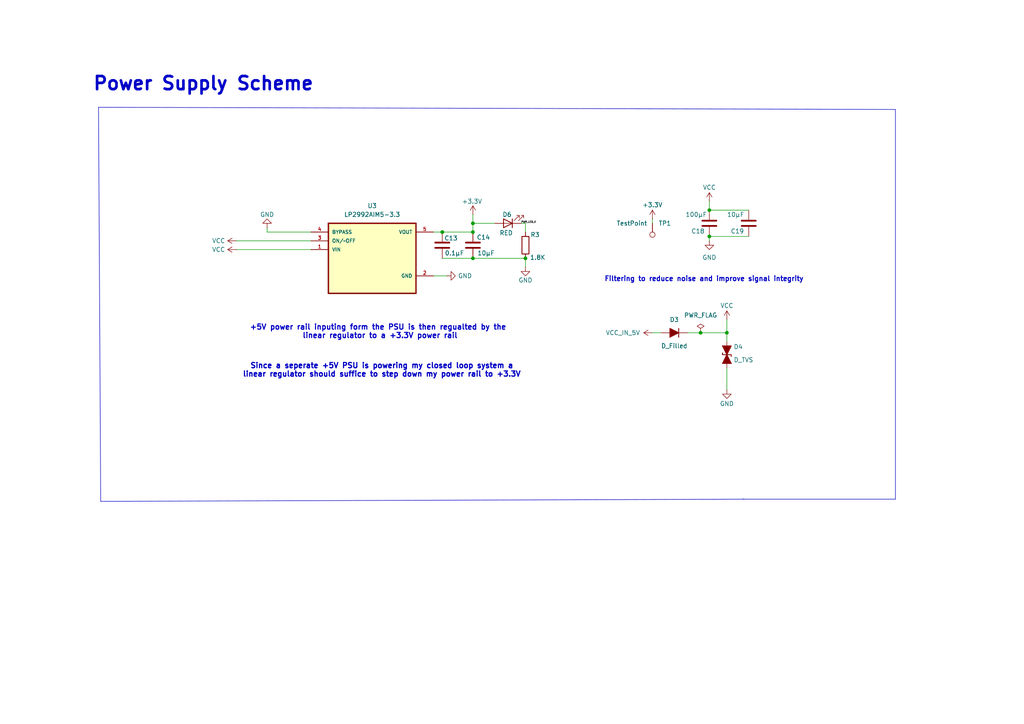
<source format=kicad_sch>
(kicad_sch (version 20231120) (generator "eeschema") (generator_version "8.0")
  (paper "A4")
  (title_block (title "Power Supply Scheme") (date "2024-12-31") (rev "0.1") (comment 1 "From Ali M"))
  (lib_symbols
    (symbol "Connector:TestPoint" (pin_numbers hide) (pin_names (offset 0.762) hide)
      (property "Reference" "TP" (at 0 6.858 0))
      (property "Value" "TestPoint" (at 0 5.08 0))
      (symbol "TestPoint_0_1"
        (circle (center 0 3.302) (radius 0.762))
      )
      (symbol "TestPoint_1_1"
        (pin passive line (at 0 0 90) (length 2.54) (name "1") (number "1"))
      )
    )
    (symbol "Device:C" (pin_numbers hide) (pin_names (offset 0.254))
      (property "Reference" "C" (at 0.635 2.54 0))
      (property "Value" "C" (at 0.635 -2.54 0))
      (symbol "C_0_1"
        (polyline (pts (xy -2.032 -0.762) (xy 2.032 -0.762)) (stroke (width 0.508)))
        (polyline (pts (xy -2.032 0.762) (xy 2.032 0.762)) (stroke (width 0.508)))
      )
      (symbol "C_1_1"
        (pin passive line (at 0 3.81 270) (length 2.794) (name "~") (number "1"))
        (pin passive line (at 0 -3.81 90) (length 2.794) (name "~") (number "2"))
      )
    )
    (symbol "Device:D_Filled" (pin_numbers hide) (pin_names (offset 1.016) hide)
      (property "Reference" "D" (at 0 2.54 0))
      (property "Value" "D_Filled" (at 0 -2.54 0))
      (symbol "D_Filled_0_1"
        (polyline (pts (xy -1.27 1.27) (xy -1.27 -1.27)) (stroke (width 0.254)))
        (polyline (pts (xy 1.27 0) (xy -1.27 0)))
        (polyline (pts (xy 1.27 1.27) (xy 1.27 -1.27) (xy -1.27 0) (xy 1.27 1.27)) (stroke (width 0.254)) (fill (type outline)))
      )
      (symbol "D_Filled_1_1"
        (pin passive line (at -3.81 0 0) (length 2.54) (name "K") (number "1"))
        (pin passive line (at 3.81 0 180) (length 2.54) (name "A") (number "2"))
      )
    )
    (symbol "Device:D_TVS_Filled" (pin_numbers hide) (pin_names (offset 1.016) hide)
      (property "Reference" "D" (at 0 2.54 0))
      (property "Value" "D_TVS_Filled" (at 0 -2.54 0))
      (symbol "D_TVS_Filled_0_1"
        (polyline (pts (xy 1.27 0) (xy -1.27 0)))
        (polyline (pts (xy -2.54 -1.27) (xy 0 0) (xy -2.54 1.27) (xy -2.54 -1.27)) (stroke (width 0.254)) (fill (type outline)))
        (polyline (pts (xy 0.508 1.27) (xy 0 1.27) (xy 0 -1.27) (xy -0.508 -1.27)) (stroke (width 0.254)))
        (polyline (pts (xy 2.54 1.27) (xy 2.54 -1.27) (xy 0 0) (xy 2.54 1.27)) (stroke (width 0.254)) (fill (type outline)))
      )
      (symbol "D_TVS_Filled_1_1"
        (pin passive line (at -3.81 0 0) (length 2.54) (name "A1") (number "1"))
        (pin passive line (at 3.81 0 180) (length 2.54) (name "A2") (number "2"))
      )
    )
    (symbol "Device:LED" (pin_numbers hide) (pin_names (offset 1.016) hide)
      (property "Reference" "D" (at 0 2.54 0))
      (property "Value" "LED" (at 0 -2.54 0))
      (symbol "LED_0_1"
        (polyline (pts (xy -1.27 -1.27) (xy -1.27 1.27)) (stroke (width 0.254)))
        (polyline (pts (xy -1.27 0) (xy 1.27 0)))
        (polyline (pts (xy 1.27 -1.27) (xy 1.27 1.27) (xy -1.27 0) (xy 1.27 -1.27)) (stroke (width 0.254)))
        (polyline (pts (xy -3.048 -0.762) (xy -4.572 -2.286) (xy -3.81 -2.286) (xy -4.572 -2.286) (xy -4.572 -1.524)))
        (polyline (pts (xy -1.778 -0.762) (xy -3.302 -2.286) (xy -2.54 -2.286) (xy -3.302 -2.286) (xy -3.302 -1.524)))
      )
      (symbol "LED_1_1"
        (pin passive line (at -3.81 0 0) (length 2.54) (name "K") (number "1"))
        (pin passive line (at 3.81 0 180) (length 2.54) (name "A") (number "2"))
      )
    )
    (symbol "Device:R" (pin_numbers hide) (pin_names (offset 0))
      (property "Reference" "R" (at 2.032 0 90))
      (property "Value" "R" (at 0 0 90))
      (symbol "R_0_1"
        (rectangle (start -1.016 -2.54) (end 1.016 2.54) (stroke (width 0.254)))
      )
      (symbol "R_1_1"
        (pin passive line (at 0 3.81 270) (length 1.27) (name "~") (number "1"))
        (pin passive line (at 0 -3.81 90) (length 1.27) (name "~") (number "2"))
      )
    )
    (symbol "LP2992AIM5-3.3_1" (pin_names (offset 1.016))
      (property "Reference" "U2" (at 0 15.24 0))
      (property "Value" "LP2992AIM5-3.3" (at 0 12.7 0))
      (symbol "LP2992AIM5-3.3_1_0_0"
        (rectangle (start -12.7 -10.16) (end 12.7 10.16) (stroke (width 0.41)) (fill (type background)))
        (pin input line (at -17.78 2.54 0) (length 5.08) (name "VIN") (number "1"))
        (pin power_in line (at 17.78 -5.08 180) (length 5.08) (name "GND") (number "2"))
        (pin input line (at -17.78 5.08 0) (length 5.08) (name "ON/~OFF") (number "3"))
        (pin input line (at -17.78 7.62 0) (length 5.08) (name "BYPASS") (number "4"))
      )
      (symbol "LP2992AIM5-3.3_1_1_0"
        (pin power_out line (at 17.78 7.62 180) (length 5.08) (name "VOUT") (number "5"))
      )
    )
    (symbol "power:+3.3V" (power) (pin_numbers hide) (pin_names (offset 0) hide)
      (property "Value" "+3.3V" (at 0 3.556 0))
      (symbol "+3.3V_0_1"
        (polyline (pts (xy -0.762 1.27) (xy 0 2.54)))
        (polyline (pts (xy 0 0) (xy 0 2.54)))
        (polyline (pts (xy 0 2.54) (xy 0.762 1.27)))
      )
      (symbol "+3.3V_1_1"
        (pin power_in line (at 0 0 90) (length 0) (name "~") (number "1"))
      )
    )
    (symbol "power:+5V" (power) (pin_numbers hide) (pin_names (offset 0) hide)
      (property "Value" "+5V" (at 0 3.556 0))
      (symbol "+5V_0_1"
        (polyline (pts (xy -0.762 1.27) (xy 0 2.54)))
        (polyline (pts (xy 0 0) (xy 0 2.54)))
        (polyline (pts (xy 0 2.54) (xy 0.762 1.27)))
      )
      (symbol "+5V_1_1"
        (pin power_in line (at 0 0 90) (length 0) (name "~") (number "1"))
      )
    )
    (symbol "power:GND" (power) (pin_numbers hide) (pin_names (offset 0) hide)
      (property "Value" "GND" (at 0 -3.81 0))
      (symbol "GND_0_1"
        (polyline (pts (xy 0 0) (xy 0 -1.27) (xy 1.27 -1.27) (xy 0 -2.54) (xy -1.27 -1.27) (xy 0 -1.27)))
      )
      (symbol "GND_1_1"
        (pin power_in line (at 0 0 270) (length 0) (name "~") (number "1"))
      )
    )
    (symbol "power:PWR_FLAG" (power) (pin_numbers hide) (pin_names (offset 0) hide)
      (property "Value" "PWR_FLAG" (at 0 3.81 0))
      (symbol "PWR_FLAG_0_0"
        (pin power_out line (at 0 0 90) (length 0) (name "~") (number "1"))
      )
      (symbol "PWR_FLAG_0_1"
        (polyline (pts (xy 0 0) (xy 0 1.27) (xy -1.016 1.905) (xy 0 2.54) (xy 1.016 1.905) (xy 0 1.27)))
      )
    )
    (symbol "power:VCC" (power) (pin_numbers hide) (pin_names (offset 0) hide)
      (property "Value" "VCC" (at 0 3.556 0))
      (symbol "VCC_0_1"
        (polyline (pts (xy -0.762 1.27) (xy 0 2.54)))
        (polyline (pts (xy 0 0) (xy 0 2.54)))
        (polyline (pts (xy 0 2.54) (xy 0.762 1.27)))
      )
      (symbol "VCC_1_1"
        (pin power_in line (at 0 0 90) (length 0) (name "~") (number "1"))
      )
    )
  )
  (junction (at 205.74 68.58))
  (junction (at 137.16 74.93))
  (junction (at 210.82 96.52))
  (junction (at 205.74 60.96))
  (junction (at 137.16 67.31))
  (junction (at 137.16 64.77))
  (junction (at 128.27 67.31))
  (junction (at 152.4 74.93))
  (junction (at 203.2 96.52))
  (wire (pts (xy 151.13 64.77) (xy 152.4 64.77)))
  (wire (pts (xy 210.82 92.71) (xy 210.82 96.52)))
  (wire (pts (xy 128.27 74.93) (xy 137.16 74.93)))
  (wire (pts (xy 68.58 69.85) (xy 90.17 69.85)))
  (wire (pts (xy 125.73 67.31) (xy 128.27 67.31)))
  (wire (pts (xy 137.16 64.77) (xy 137.16 67.31)))
  (wire (pts (xy 189.23 96.52) (xy 191.77 96.52)))
  (wire (pts (xy 137.16 62.23) (xy 137.16 64.77)))
  (wire (pts (xy 210.82 96.52) (xy 210.82 99.06)))
  (wire (pts (xy 152.4 64.77) (xy 152.4 67.31)))
  (wire (pts (xy 137.16 74.93) (xy 152.4 74.93)))
  (wire (pts (xy 68.58 72.39) (xy 90.17 72.39)))
  (wire (pts (xy 77.47 67.31) (xy 90.17 67.31)))
  (wire (pts (xy 137.16 64.77) (xy 143.51 64.77)))
  (wire (pts (xy 205.74 68.58) (xy 205.74 69.85)))
  (wire (pts (xy 77.47 67.31) (xy 77.47 66.04)))
  (polyline (pts (xy 259.715 31.75) (xy 259.715 144.78)))
  (polyline (pts (xy 29.21 145.415) (xy 215.9 144.78)))
  (wire (pts (xy 199.39 96.52) (xy 203.2 96.52)))
  (wire (pts (xy 189.23 64.77) (xy 189.23 63.5)))
  (wire (pts (xy 128.27 67.31) (xy 137.16 67.31)))
  (wire (pts (xy 205.74 68.58) (xy 217.17 68.58)))
  (polyline (pts (xy 28.575 31.115) (xy 259.715 31.75)))
  (polyline (pts (xy 29.21 145.415) (xy 28.575 31.115)))
  (wire (pts (xy 125.73 80.01) (xy 129.54 80.01)))
  (wire (pts (xy 203.2 96.52) (xy 210.82 96.52)))
  (wire (pts (xy 205.74 60.96) (xy 217.17 60.96)))
  (wire (pts (xy 210.82 106.68) (xy 210.82 113.03)))
  (wire (pts (xy 152.4 77.47) (xy 152.4 74.93)))
  (polyline (pts (xy 215.265 144.78) (xy 259.715 144.78)))
  (wire (pts (xy 205.74 60.96) (xy 205.74 58.42)))
  (text "+5V power rail inputing form the PSU is then regualted by the \nlinear regulator to a +3.3V power rail" (at 110.236 96.266 0) (effects (font (size 1.524 1.524) (thickness 0.3048) (bold yes))))
  (text "Power Supply Scheme " (at 60.452 24.384 0) (effects (font (size 3.81 3.81) (thickness 0.762) (bold yes))))
  (text "Since a seperate +5V PSU is powering my closed loop system a\nlinear regulator should suffice to step down my power rail to +3.3V" (at 110.744 107.442 0) (effects (font (size 1.524 1.524) (thickness 0.3302) (bold yes))))
  (text "Filtering to reduce noise and improve signal integrity\n" (at 204.216 81.026 0) (effects (font (size 1.397 1.397) (thickness 0.2794) (bold yes))))
  (label "PWR_LED_K" (at 151.13 64.77 0) (effects (font (size 0.508 0.508))))
  (symbol (lib_id "Device:C") (at 205.74 64.77 0) (unit 1)
    (property "Reference" "C18" (at 202.438 67.056 0))
    (property "Value" "100µF" (at 201.93 62.23 0))
    (property "Footprint" "Capacitor_SMD:C_1210_3225Metric" (effects (hide yes)))
    (property "Description" "Unpolarized capacitor" (effects (hide yes)))
  )
  (symbol (lib_id "Connector:TestPoint") (at 189.23 64.77 180) (unit 1)
    (property "Reference" "TP1" (at 191.008 64.77 0) (effects (justify right)))
    (property "Value" "TestPoint" (at 178.816 64.77 0) (effects (justify right)))
    (property "Footprint" "Connector_Wire:SolderWirePad_1x01_SMD_1x2mm" (effects (hide yes)))
    (property "Description" "test point" (effects (hide yes)))
  )
  (symbol (lib_id "Device:C") (at 128.27 71.12 0) (unit 1)
    (property "Reference" "C13" (at 130.81 69.088 0))
    (property "Value" "0.1µF" (at 131.826 73.406 0))
    (property "Footprint" "Capacitor_SMD:C_0402_1005Metric" (effects (hide yes)))
    (property "Description" "Unpolarized capacitor" (effects (hide yes)))
  )
  (symbol (lib_id "Device:R") (at 152.4 71.12 180) (unit 1)
    (property "Reference" "R3" (at 155.194 68.072 0))
    (property "Value" "1.8K" (at 155.956 74.676 0))
    (property "Footprint" "Resistor_SMD:R_0603_1608Metric" (effects (hide yes)))
    (property "Description" "Resistor" (effects (hide yes)))
  )
  (symbol (lib_id "Device:C") (at 217.17 64.77 0) (unit 1)
    (property "Reference" "C19" (at 213.868 67.056 0))
    (property "Value" "10µF" (at 213.36 62.23 0))
    (property "Footprint" "Capacitor_SMD:C_0603_1608Metric" (effects (hide yes)))
    (property "Description" "Unpolarized capacitor" (effects (hide yes)))
  )
  (symbol (lib_id "power:PWR_FLAG") (at 203.2 96.52 0) (unit 1)
    (property "Reference" "#FLG01" (effects (hide yes)))
    (property "Value" "PWR_FLAG" (at 203.2 91.44 0))
    (property "Description" "Special symbol for telling ERC where power comes from" (effects (hide yes)))
  )
  (symbol (lib_id "power:GND") (at 152.4 77.47 0) (mirror y) (unit 1)
    (property "Reference" "#PWR010" (effects (hide yes)))
    (property "Value" "GND" (at 152.4 81.28 0))
    (property "Description" "Power symbol creates a global label with name \"GND\" , ground" (effects (hide yes)))
  )
  (symbol (lib_id "power:GND") (at 210.82 113.03 0) (unit 1)
    (property "Reference" "#PWR024" (effects (hide yes)))
    (property "Value" "GND" (at 210.82 117.094 0))
    (property "Description" "Power symbol creates a global label with name \"GND\" , ground" (effects (hide yes)))
  )
  (symbol (lib_id "power:GND") (at 77.47 66.04 0) (mirror x) (unit 1)
    (property "Reference" "#PWR08" (effects (hide yes)))
    (property "Value" "GND" (at 77.47 62.23 0))
    (property "Description" "Power symbol creates a global label with name \"GND\" , ground" (effects (hide yes)))
  )
  (symbol (lib_id "power:VCC") (at 210.82 92.71 0) (unit 1)
    (property "Reference" "#PWR023" (effects (hide yes)))
    (property "Value" "VCC" (at 210.82 88.646 0))
    (property "Description" "Power symbol creates a global label with name \"VCC\"" (effects (hide yes)))
  )
  (symbol (lib_name "LP2992AIM5-3.3_1") (lib_id "LP2992_3_3:LP2992AIM5-3.3") (at 107.95 74.93 0) (unit 1)
    (property "Reference" "U3" (at 107.95 59.69 0))
    (property "Value" "LP2992AIM5-3.3" (at 107.95 62.23 0))
    (property "Footprint" "LP2992_3_3:SOT95P280X145-5N" (effects (hide yes)))
  )
  (symbol (lib_id "Device:D_TVS_Filled") (at 210.82 102.87 90) (unit 1)
    (property "Reference" "D4" (at 214.122 100.584 90))
    (property "Value" "D_TVS" (at 215.646 104.394 90))
    (property "Footprint" "Diode_SMD:D_SMP_DO-220AA" (effects (hide yes)))
    (property "Description" "Bidirectional transient-voltage-suppression diode, filled shape" (effects (hide yes)))
  )
  (symbol (lib_id "power:+5V") (at 68.58 72.39 90) (unit 1)
    (property "Reference" "#PWR03" (effects (hide yes)))
    (property "Value" "VCC" (at 61.468 72.39 90) (effects (justify right)))
    (property "Description" "Power symbol creates a global label with name \"+5V\"" (effects (hide yes)))
  )
  (symbol (lib_id "power:VCC") (at 189.23 96.52 90) (unit 1)
    (property "Reference" "#PWR022" (effects (hide yes)))
    (property "Value" "VCC_IN_5V" (at 185.674 96.52 90) (effects (justify left)))
    (property "Description" "Power symbol creates a global label with name \"VCC\"" (effects (hide yes)))
  )
  (symbol (lib_id "Device:D_Filled") (at 195.58 96.52 180) (unit 1)
    (property "Reference" "D3" (at 195.58 92.71 0))
    (property "Value" "D_Filled" (at 195.58 100.33 0))
    (property "Footprint" "Diode_SMD:D_SOD-123" (effects (hide yes)))
    (property "Description" "Diode, filled shape" (effects (hide yes)))
    (property "Sim.Device" "D" (effects (hide yes)))
    (property "Sim.Pins" "1=K 2=A" (effects (hide yes)))
  )
  (symbol (lib_id "power:VCC") (at 205.74 58.42 0) (unit 1)
    (property "Reference" "#PWR020" (effects (hide yes)))
    (property "Value" "VCC" (at 205.74 54.356 0))
    (property "Description" "Power symbol creates a global label with name \"VCC\"" (effects (hide yes)))
  )
  (symbol (lib_id "power:+5V") (at 68.58 69.85 90) (unit 1)
    (property "Reference" "#PWR09" (effects (hide yes)))
    (property "Value" "VCC" (at 61.468 69.85 90) (effects (justify right)))
    (property "Description" "Power symbol creates a global label with name \"+5V\"" (effects (hide yes)))
  )
  (symbol (lib_id "power:+3.3V") (at 137.16 62.23 0) (unit 1)
    (property "Reference" "#PWR013" (effects (hide yes)))
    (property "Value" "+3.3V" (at 136.906 58.42 0))
    (property "Description" "Power symbol creates a global label with name \"+3.3V\"" (effects (hide yes)))
  )
  (symbol (lib_id "power:GND") (at 129.54 80.01 90) (mirror x) (unit 1)
    (property "Reference" "#PWR012" (effects (hide yes)))
    (property "Value" "GND" (at 134.874 80.01 90))
    (property "Description" "Power symbol creates a global label with name \"GND\" , ground" (effects (hide yes)))
  )
  (symbol (lib_id "power:GND") (at 205.74 69.85 0) (unit 1)
    (property "Reference" "#PWR021" (effects (hide yes)))
    (property "Value" "GND" (at 205.74 74.676 0))
    (property "Description" "Power symbol creates a global label with name \"GND\" , ground" (effects (hide yes)))
  )
  (symbol (lib_id "Device:LED") (at 147.32 64.77 180) (unit 1)
    (property "Reference" "D6" (at 147.066 62.23 0))
    (property "Value" "RED" (at 146.812 67.564 0))
    (property "Footprint" "Diode_SMD:D_0603_1608Metric" (effects (hide yes)))
    (property "Description" "Light emitting diode" (effects (hide yes)))
  )
  (symbol (lib_id "Device:C") (at 137.16 71.12 180) (unit 1)
    (property "Reference" "C14" (at 140.208 68.834 0))
    (property "Value" "10µF" (at 140.97 73.406 0))
    (property "Footprint" "Capacitor_SMD:C_0603_1608Metric" (effects (hide yes)))
    (property "Description" "Unpolarized capacitor" (effects (hide yes)))
  )
  (symbol (lib_id "power:+3.3V") (at 189.23 63.5 0) (unit 1)
    (property "Reference" "#PWR017" (effects (hide yes)))
    (property "Value" "+3.3V" (at 189.23 59.436 0))
    (property "Description" "Power symbol creates a global label with name \"+3.3V\"" (effects (hide yes)))
  )
)
</source>
